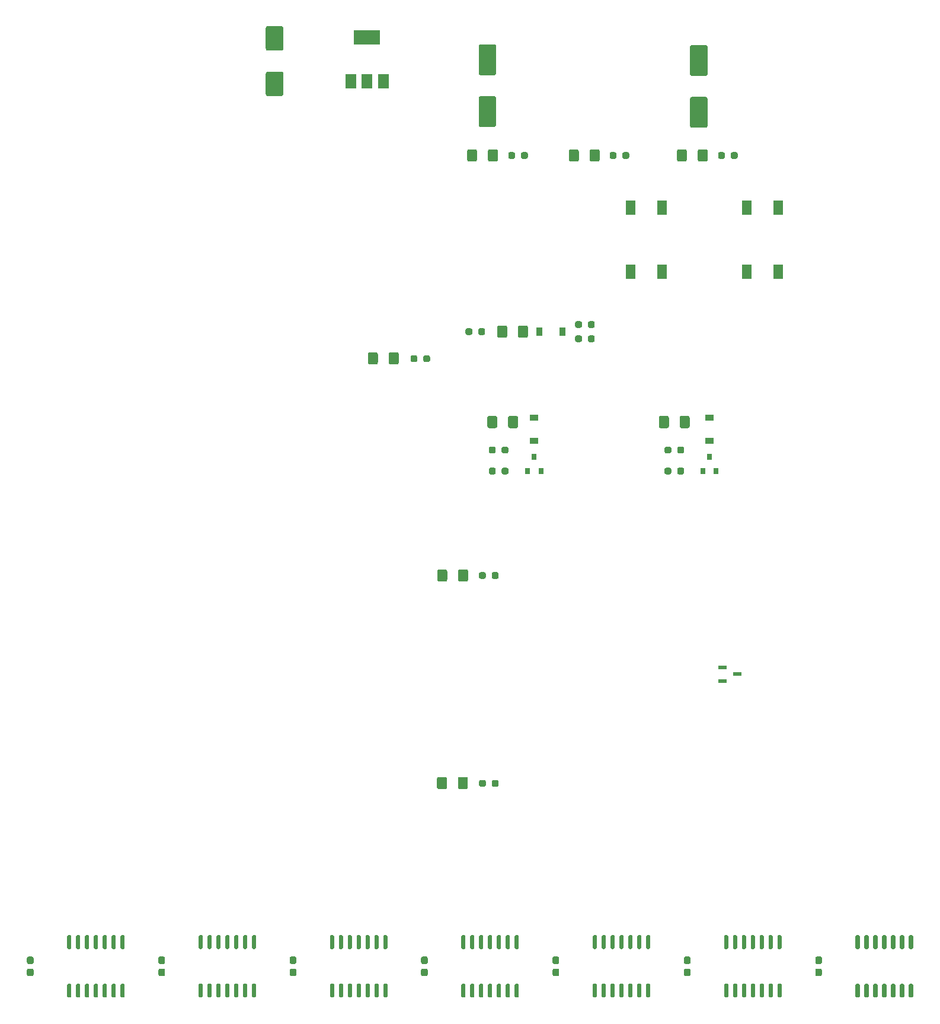
<source format=gtp>
%TF.GenerationSoftware,KiCad,Pcbnew,(5.1.9-0-10_14)*%
%TF.CreationDate,2021-08-20T09:49:49+02:00*%
%TF.ProjectId,MechanicalTheatre,4d656368-616e-4696-9361-6c5468656174,rev?*%
%TF.SameCoordinates,Original*%
%TF.FileFunction,Paste,Top*%
%TF.FilePolarity,Positive*%
%FSLAX46Y46*%
G04 Gerber Fmt 4.6, Leading zero omitted, Abs format (unit mm)*
G04 Created by KiCad (PCBNEW (5.1.9-0-10_14)) date 2021-08-20 09:49:49*
%MOMM*%
%LPD*%
G01*
G04 APERTURE LIST*
%ADD10R,1.400000X2.100000*%
%ADD11R,0.800000X0.900000*%
%ADD12R,1.200000X0.900000*%
%ADD13R,1.500000X2.000000*%
%ADD14R,3.800000X2.000000*%
%ADD15R,0.900000X1.200000*%
%ADD16R,1.300000X0.600000*%
G04 APERTURE END LIST*
%TO.C,U13*%
G36*
G01*
X136571000Y-177205000D02*
X136271000Y-177205000D01*
G75*
G02*
X136121000Y-177055000I0J150000D01*
G01*
X136121000Y-175380000D01*
G75*
G02*
X136271000Y-175230000I150000J0D01*
G01*
X136571000Y-175230000D01*
G75*
G02*
X136721000Y-175380000I0J-150000D01*
G01*
X136721000Y-177055000D01*
G75*
G02*
X136571000Y-177205000I-150000J0D01*
G01*
G37*
G36*
G01*
X137841000Y-177205000D02*
X137541000Y-177205000D01*
G75*
G02*
X137391000Y-177055000I0J150000D01*
G01*
X137391000Y-175380000D01*
G75*
G02*
X137541000Y-175230000I150000J0D01*
G01*
X137841000Y-175230000D01*
G75*
G02*
X137991000Y-175380000I0J-150000D01*
G01*
X137991000Y-177055000D01*
G75*
G02*
X137841000Y-177205000I-150000J0D01*
G01*
G37*
G36*
G01*
X139111000Y-177205000D02*
X138811000Y-177205000D01*
G75*
G02*
X138661000Y-177055000I0J150000D01*
G01*
X138661000Y-175380000D01*
G75*
G02*
X138811000Y-175230000I150000J0D01*
G01*
X139111000Y-175230000D01*
G75*
G02*
X139261000Y-175380000I0J-150000D01*
G01*
X139261000Y-177055000D01*
G75*
G02*
X139111000Y-177205000I-150000J0D01*
G01*
G37*
G36*
G01*
X140381000Y-177205000D02*
X140081000Y-177205000D01*
G75*
G02*
X139931000Y-177055000I0J150000D01*
G01*
X139931000Y-175380000D01*
G75*
G02*
X140081000Y-175230000I150000J0D01*
G01*
X140381000Y-175230000D01*
G75*
G02*
X140531000Y-175380000I0J-150000D01*
G01*
X140531000Y-177055000D01*
G75*
G02*
X140381000Y-177205000I-150000J0D01*
G01*
G37*
G36*
G01*
X141651000Y-177205000D02*
X141351000Y-177205000D01*
G75*
G02*
X141201000Y-177055000I0J150000D01*
G01*
X141201000Y-175380000D01*
G75*
G02*
X141351000Y-175230000I150000J0D01*
G01*
X141651000Y-175230000D01*
G75*
G02*
X141801000Y-175380000I0J-150000D01*
G01*
X141801000Y-177055000D01*
G75*
G02*
X141651000Y-177205000I-150000J0D01*
G01*
G37*
G36*
G01*
X142921000Y-177205000D02*
X142621000Y-177205000D01*
G75*
G02*
X142471000Y-177055000I0J150000D01*
G01*
X142471000Y-175380000D01*
G75*
G02*
X142621000Y-175230000I150000J0D01*
G01*
X142921000Y-175230000D01*
G75*
G02*
X143071000Y-175380000I0J-150000D01*
G01*
X143071000Y-177055000D01*
G75*
G02*
X142921000Y-177205000I-150000J0D01*
G01*
G37*
G36*
G01*
X144191000Y-177205000D02*
X143891000Y-177205000D01*
G75*
G02*
X143741000Y-177055000I0J150000D01*
G01*
X143741000Y-175380000D01*
G75*
G02*
X143891000Y-175230000I150000J0D01*
G01*
X144191000Y-175230000D01*
G75*
G02*
X144341000Y-175380000I0J-150000D01*
G01*
X144341000Y-177055000D01*
G75*
G02*
X144191000Y-177205000I-150000J0D01*
G01*
G37*
G36*
G01*
X144191000Y-184130000D02*
X143891000Y-184130000D01*
G75*
G02*
X143741000Y-183980000I0J150000D01*
G01*
X143741000Y-182305000D01*
G75*
G02*
X143891000Y-182155000I150000J0D01*
G01*
X144191000Y-182155000D01*
G75*
G02*
X144341000Y-182305000I0J-150000D01*
G01*
X144341000Y-183980000D01*
G75*
G02*
X144191000Y-184130000I-150000J0D01*
G01*
G37*
G36*
G01*
X142921000Y-184130000D02*
X142621000Y-184130000D01*
G75*
G02*
X142471000Y-183980000I0J150000D01*
G01*
X142471000Y-182305000D01*
G75*
G02*
X142621000Y-182155000I150000J0D01*
G01*
X142921000Y-182155000D01*
G75*
G02*
X143071000Y-182305000I0J-150000D01*
G01*
X143071000Y-183980000D01*
G75*
G02*
X142921000Y-184130000I-150000J0D01*
G01*
G37*
G36*
G01*
X141651000Y-184130000D02*
X141351000Y-184130000D01*
G75*
G02*
X141201000Y-183980000I0J150000D01*
G01*
X141201000Y-182305000D01*
G75*
G02*
X141351000Y-182155000I150000J0D01*
G01*
X141651000Y-182155000D01*
G75*
G02*
X141801000Y-182305000I0J-150000D01*
G01*
X141801000Y-183980000D01*
G75*
G02*
X141651000Y-184130000I-150000J0D01*
G01*
G37*
G36*
G01*
X140381000Y-184130000D02*
X140081000Y-184130000D01*
G75*
G02*
X139931000Y-183980000I0J150000D01*
G01*
X139931000Y-182305000D01*
G75*
G02*
X140081000Y-182155000I150000J0D01*
G01*
X140381000Y-182155000D01*
G75*
G02*
X140531000Y-182305000I0J-150000D01*
G01*
X140531000Y-183980000D01*
G75*
G02*
X140381000Y-184130000I-150000J0D01*
G01*
G37*
G36*
G01*
X139111000Y-184130000D02*
X138811000Y-184130000D01*
G75*
G02*
X138661000Y-183980000I0J150000D01*
G01*
X138661000Y-182305000D01*
G75*
G02*
X138811000Y-182155000I150000J0D01*
G01*
X139111000Y-182155000D01*
G75*
G02*
X139261000Y-182305000I0J-150000D01*
G01*
X139261000Y-183980000D01*
G75*
G02*
X139111000Y-184130000I-150000J0D01*
G01*
G37*
G36*
G01*
X137841000Y-184130000D02*
X137541000Y-184130000D01*
G75*
G02*
X137391000Y-183980000I0J150000D01*
G01*
X137391000Y-182305000D01*
G75*
G02*
X137541000Y-182155000I150000J0D01*
G01*
X137841000Y-182155000D01*
G75*
G02*
X137991000Y-182305000I0J-150000D01*
G01*
X137991000Y-183980000D01*
G75*
G02*
X137841000Y-184130000I-150000J0D01*
G01*
G37*
G36*
G01*
X136571000Y-184130000D02*
X136271000Y-184130000D01*
G75*
G02*
X136121000Y-183980000I0J150000D01*
G01*
X136121000Y-182305000D01*
G75*
G02*
X136271000Y-182155000I150000J0D01*
G01*
X136571000Y-182155000D01*
G75*
G02*
X136721000Y-182305000I0J-150000D01*
G01*
X136721000Y-183980000D01*
G75*
G02*
X136571000Y-184130000I-150000J0D01*
G01*
G37*
%TD*%
D10*
%TO.C,S2*%
X139350000Y-80550000D03*
X143850000Y-80550000D03*
X143850000Y-71450000D03*
X139350000Y-71450000D03*
%TD*%
%TO.C,S1*%
X122750000Y-80550000D03*
X127250000Y-80550000D03*
X127250000Y-71450000D03*
X122750000Y-71450000D03*
%TD*%
D11*
%TO.C,Q2*%
X134000000Y-107000000D03*
X134950000Y-109000000D03*
X133050000Y-109000000D03*
%TD*%
%TO.C,Q1*%
X109000000Y-107000000D03*
X109950000Y-109000000D03*
X108050000Y-109000000D03*
%TD*%
D12*
%TO.C,D13*%
X134000000Y-104650000D03*
X134000000Y-101350000D03*
%TD*%
%TO.C,D12*%
G36*
G01*
X129775000Y-102625000D02*
X129775000Y-101375000D01*
G75*
G02*
X130025000Y-101125000I250000J0D01*
G01*
X130950000Y-101125000D01*
G75*
G02*
X131200000Y-101375000I0J-250000D01*
G01*
X131200000Y-102625000D01*
G75*
G02*
X130950000Y-102875000I-250000J0D01*
G01*
X130025000Y-102875000D01*
G75*
G02*
X129775000Y-102625000I0J250000D01*
G01*
G37*
G36*
G01*
X126800000Y-102625000D02*
X126800000Y-101375000D01*
G75*
G02*
X127050000Y-101125000I250000J0D01*
G01*
X127975000Y-101125000D01*
G75*
G02*
X128225000Y-101375000I0J-250000D01*
G01*
X128225000Y-102625000D01*
G75*
G02*
X127975000Y-102875000I-250000J0D01*
G01*
X127050000Y-102875000D01*
G75*
G02*
X126800000Y-102625000I0J250000D01*
G01*
G37*
%TD*%
%TO.C,D3*%
X109000000Y-104650000D03*
X109000000Y-101350000D03*
%TD*%
%TO.C,D11*%
G36*
G01*
X106677000Y-89733000D02*
X106677000Y-88483000D01*
G75*
G02*
X106927000Y-88233000I250000J0D01*
G01*
X107852000Y-88233000D01*
G75*
G02*
X108102000Y-88483000I0J-250000D01*
G01*
X108102000Y-89733000D01*
G75*
G02*
X107852000Y-89983000I-250000J0D01*
G01*
X106927000Y-89983000D01*
G75*
G02*
X106677000Y-89733000I0J250000D01*
G01*
G37*
G36*
G01*
X103702000Y-89733000D02*
X103702000Y-88483000D01*
G75*
G02*
X103952000Y-88233000I250000J0D01*
G01*
X104877000Y-88233000D01*
G75*
G02*
X105127000Y-88483000I0J-250000D01*
G01*
X105127000Y-89733000D01*
G75*
G02*
X104877000Y-89983000I-250000J0D01*
G01*
X103952000Y-89983000D01*
G75*
G02*
X103702000Y-89733000I0J250000D01*
G01*
G37*
%TD*%
%TO.C,D10*%
G36*
G01*
X98110500Y-124533000D02*
X98110500Y-123283000D01*
G75*
G02*
X98360500Y-123033000I250000J0D01*
G01*
X99285500Y-123033000D01*
G75*
G02*
X99535500Y-123283000I0J-250000D01*
G01*
X99535500Y-124533000D01*
G75*
G02*
X99285500Y-124783000I-250000J0D01*
G01*
X98360500Y-124783000D01*
G75*
G02*
X98110500Y-124533000I0J250000D01*
G01*
G37*
G36*
G01*
X95135500Y-124533000D02*
X95135500Y-123283000D01*
G75*
G02*
X95385500Y-123033000I250000J0D01*
G01*
X96310500Y-123033000D01*
G75*
G02*
X96560500Y-123283000I0J-250000D01*
G01*
X96560500Y-124533000D01*
G75*
G02*
X96310500Y-124783000I-250000J0D01*
G01*
X95385500Y-124783000D01*
G75*
G02*
X95135500Y-124533000I0J250000D01*
G01*
G37*
%TD*%
%TO.C,D8*%
G36*
G01*
X100827000Y-63339000D02*
X100827000Y-64589000D01*
G75*
G02*
X100577000Y-64839000I-250000J0D01*
G01*
X99652000Y-64839000D01*
G75*
G02*
X99402000Y-64589000I0J250000D01*
G01*
X99402000Y-63339000D01*
G75*
G02*
X99652000Y-63089000I250000J0D01*
G01*
X100577000Y-63089000D01*
G75*
G02*
X100827000Y-63339000I0J-250000D01*
G01*
G37*
G36*
G01*
X103802000Y-63339000D02*
X103802000Y-64589000D01*
G75*
G02*
X103552000Y-64839000I-250000J0D01*
G01*
X102627000Y-64839000D01*
G75*
G02*
X102377000Y-64589000I0J250000D01*
G01*
X102377000Y-63339000D01*
G75*
G02*
X102627000Y-63089000I250000J0D01*
G01*
X103552000Y-63089000D01*
G75*
G02*
X103802000Y-63339000I0J-250000D01*
G01*
G37*
%TD*%
%TO.C,D6*%
G36*
G01*
X130799000Y-63339000D02*
X130799000Y-64589000D01*
G75*
G02*
X130549000Y-64839000I-250000J0D01*
G01*
X129624000Y-64839000D01*
G75*
G02*
X129374000Y-64589000I0J250000D01*
G01*
X129374000Y-63339000D01*
G75*
G02*
X129624000Y-63089000I250000J0D01*
G01*
X130549000Y-63089000D01*
G75*
G02*
X130799000Y-63339000I0J-250000D01*
G01*
G37*
G36*
G01*
X133774000Y-63339000D02*
X133774000Y-64589000D01*
G75*
G02*
X133524000Y-64839000I-250000J0D01*
G01*
X132599000Y-64839000D01*
G75*
G02*
X132349000Y-64589000I0J250000D01*
G01*
X132349000Y-63339000D01*
G75*
G02*
X132599000Y-63089000I250000J0D01*
G01*
X133524000Y-63089000D01*
G75*
G02*
X133774000Y-63339000I0J-250000D01*
G01*
G37*
%TD*%
%TO.C,D5*%
G36*
G01*
X115357000Y-63339000D02*
X115357000Y-64589000D01*
G75*
G02*
X115107000Y-64839000I-250000J0D01*
G01*
X114182000Y-64839000D01*
G75*
G02*
X113932000Y-64589000I0J250000D01*
G01*
X113932000Y-63339000D01*
G75*
G02*
X114182000Y-63089000I250000J0D01*
G01*
X115107000Y-63089000D01*
G75*
G02*
X115357000Y-63339000I0J-250000D01*
G01*
G37*
G36*
G01*
X118332000Y-63339000D02*
X118332000Y-64589000D01*
G75*
G02*
X118082000Y-64839000I-250000J0D01*
G01*
X117157000Y-64839000D01*
G75*
G02*
X116907000Y-64589000I0J250000D01*
G01*
X116907000Y-63339000D01*
G75*
G02*
X117157000Y-63089000I250000J0D01*
G01*
X118082000Y-63089000D01*
G75*
G02*
X118332000Y-63339000I0J-250000D01*
G01*
G37*
%TD*%
%TO.C,D4*%
G36*
G01*
X105263000Y-102625000D02*
X105263000Y-101375000D01*
G75*
G02*
X105513000Y-101125000I250000J0D01*
G01*
X106438000Y-101125000D01*
G75*
G02*
X106688000Y-101375000I0J-250000D01*
G01*
X106688000Y-102625000D01*
G75*
G02*
X106438000Y-102875000I-250000J0D01*
G01*
X105513000Y-102875000D01*
G75*
G02*
X105263000Y-102625000I0J250000D01*
G01*
G37*
G36*
G01*
X102288000Y-102625000D02*
X102288000Y-101375000D01*
G75*
G02*
X102538000Y-101125000I250000J0D01*
G01*
X103463000Y-101125000D01*
G75*
G02*
X103713000Y-101375000I0J-250000D01*
G01*
X103713000Y-102625000D01*
G75*
G02*
X103463000Y-102875000I-250000J0D01*
G01*
X102538000Y-102875000D01*
G75*
G02*
X102288000Y-102625000I0J250000D01*
G01*
G37*
%TD*%
%TO.C,D2*%
G36*
G01*
X86654500Y-92295000D02*
X86654500Y-93545000D01*
G75*
G02*
X86404500Y-93795000I-250000J0D01*
G01*
X85479500Y-93795000D01*
G75*
G02*
X85229500Y-93545000I0J250000D01*
G01*
X85229500Y-92295000D01*
G75*
G02*
X85479500Y-92045000I250000J0D01*
G01*
X86404500Y-92045000D01*
G75*
G02*
X86654500Y-92295000I0J-250000D01*
G01*
G37*
G36*
G01*
X89629500Y-92295000D02*
X89629500Y-93545000D01*
G75*
G02*
X89379500Y-93795000I-250000J0D01*
G01*
X88454500Y-93795000D01*
G75*
G02*
X88204500Y-93545000I0J250000D01*
G01*
X88204500Y-92295000D01*
G75*
G02*
X88454500Y-92045000I250000J0D01*
G01*
X89379500Y-92045000D01*
G75*
G02*
X89629500Y-92295000I0J-250000D01*
G01*
G37*
%TD*%
%TO.C,D1*%
G36*
G01*
X96535000Y-152903000D02*
X96535000Y-154153000D01*
G75*
G02*
X96285000Y-154403000I-250000J0D01*
G01*
X95360000Y-154403000D01*
G75*
G02*
X95110000Y-154153000I0J250000D01*
G01*
X95110000Y-152903000D01*
G75*
G02*
X95360000Y-152653000I250000J0D01*
G01*
X96285000Y-152653000D01*
G75*
G02*
X96535000Y-152903000I0J-250000D01*
G01*
G37*
G36*
G01*
X99510000Y-152903000D02*
X99510000Y-154153000D01*
G75*
G02*
X99260000Y-154403000I-250000J0D01*
G01*
X98335000Y-154403000D01*
G75*
G02*
X98085000Y-154153000I0J250000D01*
G01*
X98085000Y-152903000D01*
G75*
G02*
X98335000Y-152653000I250000J0D01*
G01*
X99260000Y-152653000D01*
G75*
G02*
X99510000Y-152903000I0J-250000D01*
G01*
G37*
%TD*%
%TO.C,R78*%
G36*
G01*
X100993000Y-89345500D02*
X100993000Y-88870500D01*
G75*
G02*
X101230500Y-88633000I237500J0D01*
G01*
X101730500Y-88633000D01*
G75*
G02*
X101968000Y-88870500I0J-237500D01*
G01*
X101968000Y-89345500D01*
G75*
G02*
X101730500Y-89583000I-237500J0D01*
G01*
X101230500Y-89583000D01*
G75*
G02*
X100993000Y-89345500I0J237500D01*
G01*
G37*
G36*
G01*
X99168000Y-89345500D02*
X99168000Y-88870500D01*
G75*
G02*
X99405500Y-88633000I237500J0D01*
G01*
X99905500Y-88633000D01*
G75*
G02*
X100143000Y-88870500I0J-237500D01*
G01*
X100143000Y-89345500D01*
G75*
G02*
X99905500Y-89583000I-237500J0D01*
G01*
X99405500Y-89583000D01*
G75*
G02*
X99168000Y-89345500I0J237500D01*
G01*
G37*
%TD*%
%TO.C,R77*%
G36*
G01*
X102075000Y-123670500D02*
X102075000Y-124145500D01*
G75*
G02*
X101837500Y-124383000I-237500J0D01*
G01*
X101337500Y-124383000D01*
G75*
G02*
X101100000Y-124145500I0J237500D01*
G01*
X101100000Y-123670500D01*
G75*
G02*
X101337500Y-123433000I237500J0D01*
G01*
X101837500Y-123433000D01*
G75*
G02*
X102075000Y-123670500I0J-237500D01*
G01*
G37*
G36*
G01*
X103900000Y-123670500D02*
X103900000Y-124145500D01*
G75*
G02*
X103662500Y-124383000I-237500J0D01*
G01*
X103162500Y-124383000D01*
G75*
G02*
X102925000Y-124145500I0J237500D01*
G01*
X102925000Y-123670500D01*
G75*
G02*
X103162500Y-123433000I237500J0D01*
G01*
X103662500Y-123433000D01*
G75*
G02*
X103900000Y-123670500I0J-237500D01*
G01*
G37*
%TD*%
%TO.C,C4*%
G36*
G01*
X133500000Y-52600000D02*
X131500000Y-52600000D01*
G75*
G02*
X131250000Y-52350000I0J250000D01*
G01*
X131250000Y-48450000D01*
G75*
G02*
X131500000Y-48200000I250000J0D01*
G01*
X133500000Y-48200000D01*
G75*
G02*
X133750000Y-48450000I0J-250000D01*
G01*
X133750000Y-52350000D01*
G75*
G02*
X133500000Y-52600000I-250000J0D01*
G01*
G37*
G36*
G01*
X133500000Y-60000000D02*
X131500000Y-60000000D01*
G75*
G02*
X131250000Y-59750000I0J250000D01*
G01*
X131250000Y-55850000D01*
G75*
G02*
X131500000Y-55600000I250000J0D01*
G01*
X133500000Y-55600000D01*
G75*
G02*
X133750000Y-55850000I0J-250000D01*
G01*
X133750000Y-59750000D01*
G75*
G02*
X133500000Y-60000000I-250000J0D01*
G01*
G37*
%TD*%
%TO.C,C1*%
G36*
G01*
X103300000Y-52500000D02*
X101300000Y-52500000D01*
G75*
G02*
X101050000Y-52250000I0J250000D01*
G01*
X101050000Y-48350000D01*
G75*
G02*
X101300000Y-48100000I250000J0D01*
G01*
X103300000Y-48100000D01*
G75*
G02*
X103550000Y-48350000I0J-250000D01*
G01*
X103550000Y-52250000D01*
G75*
G02*
X103300000Y-52500000I-250000J0D01*
G01*
G37*
G36*
G01*
X103300000Y-59900000D02*
X101300000Y-59900000D01*
G75*
G02*
X101050000Y-59650000I0J250000D01*
G01*
X101050000Y-55750000D01*
G75*
G02*
X101300000Y-55500000I250000J0D01*
G01*
X103300000Y-55500000D01*
G75*
G02*
X103550000Y-55750000I0J-250000D01*
G01*
X103550000Y-59650000D01*
G75*
G02*
X103300000Y-59900000I-250000J0D01*
G01*
G37*
%TD*%
D13*
%TO.C,U16*%
X82818000Y-53398000D03*
X87418000Y-53398000D03*
X85118000Y-53398000D03*
D14*
X85118000Y-47098000D03*
%TD*%
%TO.C,R76*%
G36*
G01*
X116665000Y-90361500D02*
X116665000Y-89886500D01*
G75*
G02*
X116902500Y-89649000I237500J0D01*
G01*
X117402500Y-89649000D01*
G75*
G02*
X117640000Y-89886500I0J-237500D01*
G01*
X117640000Y-90361500D01*
G75*
G02*
X117402500Y-90599000I-237500J0D01*
G01*
X116902500Y-90599000D01*
G75*
G02*
X116665000Y-90361500I0J237500D01*
G01*
G37*
G36*
G01*
X114840000Y-90361500D02*
X114840000Y-89886500D01*
G75*
G02*
X115077500Y-89649000I237500J0D01*
G01*
X115577500Y-89649000D01*
G75*
G02*
X115815000Y-89886500I0J-237500D01*
G01*
X115815000Y-90361500D01*
G75*
G02*
X115577500Y-90599000I-237500J0D01*
G01*
X115077500Y-90599000D01*
G75*
G02*
X114840000Y-90361500I0J237500D01*
G01*
G37*
%TD*%
%TO.C,R75*%
G36*
G01*
X115815000Y-87854500D02*
X115815000Y-88329500D01*
G75*
G02*
X115577500Y-88567000I-237500J0D01*
G01*
X115077500Y-88567000D01*
G75*
G02*
X114840000Y-88329500I0J237500D01*
G01*
X114840000Y-87854500D01*
G75*
G02*
X115077500Y-87617000I237500J0D01*
G01*
X115577500Y-87617000D01*
G75*
G02*
X115815000Y-87854500I0J-237500D01*
G01*
G37*
G36*
G01*
X117640000Y-87854500D02*
X117640000Y-88329500D01*
G75*
G02*
X117402500Y-88567000I-237500J0D01*
G01*
X116902500Y-88567000D01*
G75*
G02*
X116665000Y-88329500I0J237500D01*
G01*
X116665000Y-87854500D01*
G75*
G02*
X116902500Y-87617000I237500J0D01*
G01*
X117402500Y-87617000D01*
G75*
G02*
X117640000Y-87854500I0J-237500D01*
G01*
G37*
%TD*%
%TO.C,R70*%
G36*
G01*
X107105000Y-64201500D02*
X107105000Y-63726500D01*
G75*
G02*
X107342500Y-63489000I237500J0D01*
G01*
X107842500Y-63489000D01*
G75*
G02*
X108080000Y-63726500I0J-237500D01*
G01*
X108080000Y-64201500D01*
G75*
G02*
X107842500Y-64439000I-237500J0D01*
G01*
X107342500Y-64439000D01*
G75*
G02*
X107105000Y-64201500I0J237500D01*
G01*
G37*
G36*
G01*
X105280000Y-64201500D02*
X105280000Y-63726500D01*
G75*
G02*
X105517500Y-63489000I237500J0D01*
G01*
X106017500Y-63489000D01*
G75*
G02*
X106255000Y-63726500I0J-237500D01*
G01*
X106255000Y-64201500D01*
G75*
G02*
X106017500Y-64439000I-237500J0D01*
G01*
X105517500Y-64439000D01*
G75*
G02*
X105280000Y-64201500I0J237500D01*
G01*
G37*
%TD*%
%TO.C,R69*%
G36*
G01*
X136227000Y-63726500D02*
X136227000Y-64201500D01*
G75*
G02*
X135989500Y-64439000I-237500J0D01*
G01*
X135489500Y-64439000D01*
G75*
G02*
X135252000Y-64201500I0J237500D01*
G01*
X135252000Y-63726500D01*
G75*
G02*
X135489500Y-63489000I237500J0D01*
G01*
X135989500Y-63489000D01*
G75*
G02*
X136227000Y-63726500I0J-237500D01*
G01*
G37*
G36*
G01*
X138052000Y-63726500D02*
X138052000Y-64201500D01*
G75*
G02*
X137814500Y-64439000I-237500J0D01*
G01*
X137314500Y-64439000D01*
G75*
G02*
X137077000Y-64201500I0J237500D01*
G01*
X137077000Y-63726500D01*
G75*
G02*
X137314500Y-63489000I237500J0D01*
G01*
X137814500Y-63489000D01*
G75*
G02*
X138052000Y-63726500I0J-237500D01*
G01*
G37*
%TD*%
%TO.C,R68*%
G36*
G01*
X121583000Y-64201500D02*
X121583000Y-63726500D01*
G75*
G02*
X121820500Y-63489000I237500J0D01*
G01*
X122320500Y-63489000D01*
G75*
G02*
X122558000Y-63726500I0J-237500D01*
G01*
X122558000Y-64201500D01*
G75*
G02*
X122320500Y-64439000I-237500J0D01*
G01*
X121820500Y-64439000D01*
G75*
G02*
X121583000Y-64201500I0J237500D01*
G01*
G37*
G36*
G01*
X119758000Y-64201500D02*
X119758000Y-63726500D01*
G75*
G02*
X119995500Y-63489000I237500J0D01*
G01*
X120495500Y-63489000D01*
G75*
G02*
X120733000Y-63726500I0J-237500D01*
G01*
X120733000Y-64201500D01*
G75*
G02*
X120495500Y-64439000I-237500J0D01*
G01*
X119995500Y-64439000D01*
G75*
G02*
X119758000Y-64201500I0J237500D01*
G01*
G37*
%TD*%
D15*
%TO.C,D9*%
X113042000Y-89108000D03*
X109742000Y-89108000D03*
%TD*%
D16*
%TO.C,D7*%
X135900000Y-137050000D03*
X135900000Y-138950000D03*
X138000000Y-138000000D03*
%TD*%
%TO.C,C31*%
G36*
G01*
X131083500Y-179355000D02*
X130608500Y-179355000D01*
G75*
G02*
X130371000Y-179117500I0J237500D01*
G01*
X130371000Y-178517500D01*
G75*
G02*
X130608500Y-178280000I237500J0D01*
G01*
X131083500Y-178280000D01*
G75*
G02*
X131321000Y-178517500I0J-237500D01*
G01*
X131321000Y-179117500D01*
G75*
G02*
X131083500Y-179355000I-237500J0D01*
G01*
G37*
G36*
G01*
X131083500Y-181080000D02*
X130608500Y-181080000D01*
G75*
G02*
X130371000Y-180842500I0J237500D01*
G01*
X130371000Y-180242500D01*
G75*
G02*
X130608500Y-180005000I237500J0D01*
G01*
X131083500Y-180005000D01*
G75*
G02*
X131321000Y-180242500I0J-237500D01*
G01*
X131321000Y-180842500D01*
G75*
G02*
X131083500Y-181080000I-237500J0D01*
G01*
G37*
%TD*%
%TO.C,C30*%
G36*
G01*
X149852500Y-179355000D02*
X149377500Y-179355000D01*
G75*
G02*
X149140000Y-179117500I0J237500D01*
G01*
X149140000Y-178517500D01*
G75*
G02*
X149377500Y-178280000I237500J0D01*
G01*
X149852500Y-178280000D01*
G75*
G02*
X150090000Y-178517500I0J-237500D01*
G01*
X150090000Y-179117500D01*
G75*
G02*
X149852500Y-179355000I-237500J0D01*
G01*
G37*
G36*
G01*
X149852500Y-181080000D02*
X149377500Y-181080000D01*
G75*
G02*
X149140000Y-180842500I0J237500D01*
G01*
X149140000Y-180242500D01*
G75*
G02*
X149377500Y-180005000I237500J0D01*
G01*
X149852500Y-180005000D01*
G75*
G02*
X150090000Y-180242500I0J-237500D01*
G01*
X150090000Y-180842500D01*
G75*
G02*
X149852500Y-181080000I-237500J0D01*
G01*
G37*
%TD*%
%TO.C,C29*%
G36*
G01*
X112314500Y-179355000D02*
X111839500Y-179355000D01*
G75*
G02*
X111602000Y-179117500I0J237500D01*
G01*
X111602000Y-178517500D01*
G75*
G02*
X111839500Y-178280000I237500J0D01*
G01*
X112314500Y-178280000D01*
G75*
G02*
X112552000Y-178517500I0J-237500D01*
G01*
X112552000Y-179117500D01*
G75*
G02*
X112314500Y-179355000I-237500J0D01*
G01*
G37*
G36*
G01*
X112314500Y-181080000D02*
X111839500Y-181080000D01*
G75*
G02*
X111602000Y-180842500I0J237500D01*
G01*
X111602000Y-180242500D01*
G75*
G02*
X111839500Y-180005000I237500J0D01*
G01*
X112314500Y-180005000D01*
G75*
G02*
X112552000Y-180242500I0J-237500D01*
G01*
X112552000Y-180842500D01*
G75*
G02*
X112314500Y-181080000I-237500J0D01*
G01*
G37*
%TD*%
%TO.C,C28*%
G36*
G01*
X93545200Y-179355000D02*
X93070200Y-179355000D01*
G75*
G02*
X92832700Y-179117500I0J237500D01*
G01*
X92832700Y-178517500D01*
G75*
G02*
X93070200Y-178280000I237500J0D01*
G01*
X93545200Y-178280000D01*
G75*
G02*
X93782700Y-178517500I0J-237500D01*
G01*
X93782700Y-179117500D01*
G75*
G02*
X93545200Y-179355000I-237500J0D01*
G01*
G37*
G36*
G01*
X93545200Y-181080000D02*
X93070200Y-181080000D01*
G75*
G02*
X92832700Y-180842500I0J237500D01*
G01*
X92832700Y-180242500D01*
G75*
G02*
X93070200Y-180005000I237500J0D01*
G01*
X93545200Y-180005000D01*
G75*
G02*
X93782700Y-180242500I0J-237500D01*
G01*
X93782700Y-180842500D01*
G75*
G02*
X93545200Y-181080000I-237500J0D01*
G01*
G37*
%TD*%
%TO.C,C27*%
G36*
G01*
X56006700Y-179355000D02*
X55531700Y-179355000D01*
G75*
G02*
X55294200Y-179117500I0J237500D01*
G01*
X55294200Y-178517500D01*
G75*
G02*
X55531700Y-178280000I237500J0D01*
G01*
X56006700Y-178280000D01*
G75*
G02*
X56244200Y-178517500I0J-237500D01*
G01*
X56244200Y-179117500D01*
G75*
G02*
X56006700Y-179355000I-237500J0D01*
G01*
G37*
G36*
G01*
X56006700Y-181080000D02*
X55531700Y-181080000D01*
G75*
G02*
X55294200Y-180842500I0J237500D01*
G01*
X55294200Y-180242500D01*
G75*
G02*
X55531700Y-180005000I237500J0D01*
G01*
X56006700Y-180005000D01*
G75*
G02*
X56244200Y-180242500I0J-237500D01*
G01*
X56244200Y-180842500D01*
G75*
G02*
X56006700Y-181080000I-237500J0D01*
G01*
G37*
%TD*%
%TO.C,C26*%
G36*
G01*
X74776000Y-179355000D02*
X74301000Y-179355000D01*
G75*
G02*
X74063500Y-179117500I0J237500D01*
G01*
X74063500Y-178517500D01*
G75*
G02*
X74301000Y-178280000I237500J0D01*
G01*
X74776000Y-178280000D01*
G75*
G02*
X75013500Y-178517500I0J-237500D01*
G01*
X75013500Y-179117500D01*
G75*
G02*
X74776000Y-179355000I-237500J0D01*
G01*
G37*
G36*
G01*
X74776000Y-181080000D02*
X74301000Y-181080000D01*
G75*
G02*
X74063500Y-180842500I0J237500D01*
G01*
X74063500Y-180242500D01*
G75*
G02*
X74301000Y-180005000I237500J0D01*
G01*
X74776000Y-180005000D01*
G75*
G02*
X75013500Y-180242500I0J-237500D01*
G01*
X75013500Y-180842500D01*
G75*
G02*
X74776000Y-181080000I-237500J0D01*
G01*
G37*
%TD*%
%TO.C,C25*%
G36*
G01*
X37237500Y-179355000D02*
X36762500Y-179355000D01*
G75*
G02*
X36525000Y-179117500I0J237500D01*
G01*
X36525000Y-178517500D01*
G75*
G02*
X36762500Y-178280000I237500J0D01*
G01*
X37237500Y-178280000D01*
G75*
G02*
X37475000Y-178517500I0J-237500D01*
G01*
X37475000Y-179117500D01*
G75*
G02*
X37237500Y-179355000I-237500J0D01*
G01*
G37*
G36*
G01*
X37237500Y-181080000D02*
X36762500Y-181080000D01*
G75*
G02*
X36525000Y-180842500I0J237500D01*
G01*
X36525000Y-180242500D01*
G75*
G02*
X36762500Y-180005000I237500J0D01*
G01*
X37237500Y-180005000D01*
G75*
G02*
X37475000Y-180242500I0J-237500D01*
G01*
X37475000Y-180842500D01*
G75*
G02*
X37237500Y-181080000I-237500J0D01*
G01*
G37*
%TD*%
%TO.C,C19*%
G36*
G01*
X72900000Y-49000000D02*
X70900000Y-49000000D01*
G75*
G02*
X70650000Y-48750000I0J250000D01*
G01*
X70650000Y-45750000D01*
G75*
G02*
X70900000Y-45500000I250000J0D01*
G01*
X72900000Y-45500000D01*
G75*
G02*
X73150000Y-45750000I0J-250000D01*
G01*
X73150000Y-48750000D01*
G75*
G02*
X72900000Y-49000000I-250000J0D01*
G01*
G37*
G36*
G01*
X72900000Y-55500000D02*
X70900000Y-55500000D01*
G75*
G02*
X70650000Y-55250000I0J250000D01*
G01*
X70650000Y-52250000D01*
G75*
G02*
X70900000Y-52000000I250000J0D01*
G01*
X72900000Y-52000000D01*
G75*
G02*
X73150000Y-52250000I0J-250000D01*
G01*
X73150000Y-55250000D01*
G75*
G02*
X72900000Y-55500000I-250000J0D01*
G01*
G37*
%TD*%
%TO.C,U12*%
G36*
G01*
X155340000Y-177205000D02*
X155040000Y-177205000D01*
G75*
G02*
X154890000Y-177055000I0J150000D01*
G01*
X154890000Y-175380000D01*
G75*
G02*
X155040000Y-175230000I150000J0D01*
G01*
X155340000Y-175230000D01*
G75*
G02*
X155490000Y-175380000I0J-150000D01*
G01*
X155490000Y-177055000D01*
G75*
G02*
X155340000Y-177205000I-150000J0D01*
G01*
G37*
G36*
G01*
X156610000Y-177205000D02*
X156310000Y-177205000D01*
G75*
G02*
X156160000Y-177055000I0J150000D01*
G01*
X156160000Y-175380000D01*
G75*
G02*
X156310000Y-175230000I150000J0D01*
G01*
X156610000Y-175230000D01*
G75*
G02*
X156760000Y-175380000I0J-150000D01*
G01*
X156760000Y-177055000D01*
G75*
G02*
X156610000Y-177205000I-150000J0D01*
G01*
G37*
G36*
G01*
X157880000Y-177205000D02*
X157580000Y-177205000D01*
G75*
G02*
X157430000Y-177055000I0J150000D01*
G01*
X157430000Y-175380000D01*
G75*
G02*
X157580000Y-175230000I150000J0D01*
G01*
X157880000Y-175230000D01*
G75*
G02*
X158030000Y-175380000I0J-150000D01*
G01*
X158030000Y-177055000D01*
G75*
G02*
X157880000Y-177205000I-150000J0D01*
G01*
G37*
G36*
G01*
X159150000Y-177205000D02*
X158850000Y-177205000D01*
G75*
G02*
X158700000Y-177055000I0J150000D01*
G01*
X158700000Y-175380000D01*
G75*
G02*
X158850000Y-175230000I150000J0D01*
G01*
X159150000Y-175230000D01*
G75*
G02*
X159300000Y-175380000I0J-150000D01*
G01*
X159300000Y-177055000D01*
G75*
G02*
X159150000Y-177205000I-150000J0D01*
G01*
G37*
G36*
G01*
X160420000Y-177205000D02*
X160120000Y-177205000D01*
G75*
G02*
X159970000Y-177055000I0J150000D01*
G01*
X159970000Y-175380000D01*
G75*
G02*
X160120000Y-175230000I150000J0D01*
G01*
X160420000Y-175230000D01*
G75*
G02*
X160570000Y-175380000I0J-150000D01*
G01*
X160570000Y-177055000D01*
G75*
G02*
X160420000Y-177205000I-150000J0D01*
G01*
G37*
G36*
G01*
X161690000Y-177205000D02*
X161390000Y-177205000D01*
G75*
G02*
X161240000Y-177055000I0J150000D01*
G01*
X161240000Y-175380000D01*
G75*
G02*
X161390000Y-175230000I150000J0D01*
G01*
X161690000Y-175230000D01*
G75*
G02*
X161840000Y-175380000I0J-150000D01*
G01*
X161840000Y-177055000D01*
G75*
G02*
X161690000Y-177205000I-150000J0D01*
G01*
G37*
G36*
G01*
X162960000Y-177205000D02*
X162660000Y-177205000D01*
G75*
G02*
X162510000Y-177055000I0J150000D01*
G01*
X162510000Y-175380000D01*
G75*
G02*
X162660000Y-175230000I150000J0D01*
G01*
X162960000Y-175230000D01*
G75*
G02*
X163110000Y-175380000I0J-150000D01*
G01*
X163110000Y-177055000D01*
G75*
G02*
X162960000Y-177205000I-150000J0D01*
G01*
G37*
G36*
G01*
X162960000Y-184130000D02*
X162660000Y-184130000D01*
G75*
G02*
X162510000Y-183980000I0J150000D01*
G01*
X162510000Y-182305000D01*
G75*
G02*
X162660000Y-182155000I150000J0D01*
G01*
X162960000Y-182155000D01*
G75*
G02*
X163110000Y-182305000I0J-150000D01*
G01*
X163110000Y-183980000D01*
G75*
G02*
X162960000Y-184130000I-150000J0D01*
G01*
G37*
G36*
G01*
X161690000Y-184130000D02*
X161390000Y-184130000D01*
G75*
G02*
X161240000Y-183980000I0J150000D01*
G01*
X161240000Y-182305000D01*
G75*
G02*
X161390000Y-182155000I150000J0D01*
G01*
X161690000Y-182155000D01*
G75*
G02*
X161840000Y-182305000I0J-150000D01*
G01*
X161840000Y-183980000D01*
G75*
G02*
X161690000Y-184130000I-150000J0D01*
G01*
G37*
G36*
G01*
X160420000Y-184130000D02*
X160120000Y-184130000D01*
G75*
G02*
X159970000Y-183980000I0J150000D01*
G01*
X159970000Y-182305000D01*
G75*
G02*
X160120000Y-182155000I150000J0D01*
G01*
X160420000Y-182155000D01*
G75*
G02*
X160570000Y-182305000I0J-150000D01*
G01*
X160570000Y-183980000D01*
G75*
G02*
X160420000Y-184130000I-150000J0D01*
G01*
G37*
G36*
G01*
X159150000Y-184130000D02*
X158850000Y-184130000D01*
G75*
G02*
X158700000Y-183980000I0J150000D01*
G01*
X158700000Y-182305000D01*
G75*
G02*
X158850000Y-182155000I150000J0D01*
G01*
X159150000Y-182155000D01*
G75*
G02*
X159300000Y-182305000I0J-150000D01*
G01*
X159300000Y-183980000D01*
G75*
G02*
X159150000Y-184130000I-150000J0D01*
G01*
G37*
G36*
G01*
X157880000Y-184130000D02*
X157580000Y-184130000D01*
G75*
G02*
X157430000Y-183980000I0J150000D01*
G01*
X157430000Y-182305000D01*
G75*
G02*
X157580000Y-182155000I150000J0D01*
G01*
X157880000Y-182155000D01*
G75*
G02*
X158030000Y-182305000I0J-150000D01*
G01*
X158030000Y-183980000D01*
G75*
G02*
X157880000Y-184130000I-150000J0D01*
G01*
G37*
G36*
G01*
X156610000Y-184130000D02*
X156310000Y-184130000D01*
G75*
G02*
X156160000Y-183980000I0J150000D01*
G01*
X156160000Y-182305000D01*
G75*
G02*
X156310000Y-182155000I150000J0D01*
G01*
X156610000Y-182155000D01*
G75*
G02*
X156760000Y-182305000I0J-150000D01*
G01*
X156760000Y-183980000D01*
G75*
G02*
X156610000Y-184130000I-150000J0D01*
G01*
G37*
G36*
G01*
X155340000Y-184130000D02*
X155040000Y-184130000D01*
G75*
G02*
X154890000Y-183980000I0J150000D01*
G01*
X154890000Y-182305000D01*
G75*
G02*
X155040000Y-182155000I150000J0D01*
G01*
X155340000Y-182155000D01*
G75*
G02*
X155490000Y-182305000I0J-150000D01*
G01*
X155490000Y-183980000D01*
G75*
G02*
X155340000Y-184130000I-150000J0D01*
G01*
G37*
%TD*%
%TO.C,U11*%
G36*
G01*
X117802000Y-177205000D02*
X117502000Y-177205000D01*
G75*
G02*
X117352000Y-177055000I0J150000D01*
G01*
X117352000Y-175380000D01*
G75*
G02*
X117502000Y-175230000I150000J0D01*
G01*
X117802000Y-175230000D01*
G75*
G02*
X117952000Y-175380000I0J-150000D01*
G01*
X117952000Y-177055000D01*
G75*
G02*
X117802000Y-177205000I-150000J0D01*
G01*
G37*
G36*
G01*
X119072000Y-177205000D02*
X118772000Y-177205000D01*
G75*
G02*
X118622000Y-177055000I0J150000D01*
G01*
X118622000Y-175380000D01*
G75*
G02*
X118772000Y-175230000I150000J0D01*
G01*
X119072000Y-175230000D01*
G75*
G02*
X119222000Y-175380000I0J-150000D01*
G01*
X119222000Y-177055000D01*
G75*
G02*
X119072000Y-177205000I-150000J0D01*
G01*
G37*
G36*
G01*
X120342000Y-177205000D02*
X120042000Y-177205000D01*
G75*
G02*
X119892000Y-177055000I0J150000D01*
G01*
X119892000Y-175380000D01*
G75*
G02*
X120042000Y-175230000I150000J0D01*
G01*
X120342000Y-175230000D01*
G75*
G02*
X120492000Y-175380000I0J-150000D01*
G01*
X120492000Y-177055000D01*
G75*
G02*
X120342000Y-177205000I-150000J0D01*
G01*
G37*
G36*
G01*
X121612000Y-177205000D02*
X121312000Y-177205000D01*
G75*
G02*
X121162000Y-177055000I0J150000D01*
G01*
X121162000Y-175380000D01*
G75*
G02*
X121312000Y-175230000I150000J0D01*
G01*
X121612000Y-175230000D01*
G75*
G02*
X121762000Y-175380000I0J-150000D01*
G01*
X121762000Y-177055000D01*
G75*
G02*
X121612000Y-177205000I-150000J0D01*
G01*
G37*
G36*
G01*
X122882000Y-177205000D02*
X122582000Y-177205000D01*
G75*
G02*
X122432000Y-177055000I0J150000D01*
G01*
X122432000Y-175380000D01*
G75*
G02*
X122582000Y-175230000I150000J0D01*
G01*
X122882000Y-175230000D01*
G75*
G02*
X123032000Y-175380000I0J-150000D01*
G01*
X123032000Y-177055000D01*
G75*
G02*
X122882000Y-177205000I-150000J0D01*
G01*
G37*
G36*
G01*
X124152000Y-177205000D02*
X123852000Y-177205000D01*
G75*
G02*
X123702000Y-177055000I0J150000D01*
G01*
X123702000Y-175380000D01*
G75*
G02*
X123852000Y-175230000I150000J0D01*
G01*
X124152000Y-175230000D01*
G75*
G02*
X124302000Y-175380000I0J-150000D01*
G01*
X124302000Y-177055000D01*
G75*
G02*
X124152000Y-177205000I-150000J0D01*
G01*
G37*
G36*
G01*
X125422000Y-177205000D02*
X125122000Y-177205000D01*
G75*
G02*
X124972000Y-177055000I0J150000D01*
G01*
X124972000Y-175380000D01*
G75*
G02*
X125122000Y-175230000I150000J0D01*
G01*
X125422000Y-175230000D01*
G75*
G02*
X125572000Y-175380000I0J-150000D01*
G01*
X125572000Y-177055000D01*
G75*
G02*
X125422000Y-177205000I-150000J0D01*
G01*
G37*
G36*
G01*
X125422000Y-184130000D02*
X125122000Y-184130000D01*
G75*
G02*
X124972000Y-183980000I0J150000D01*
G01*
X124972000Y-182305000D01*
G75*
G02*
X125122000Y-182155000I150000J0D01*
G01*
X125422000Y-182155000D01*
G75*
G02*
X125572000Y-182305000I0J-150000D01*
G01*
X125572000Y-183980000D01*
G75*
G02*
X125422000Y-184130000I-150000J0D01*
G01*
G37*
G36*
G01*
X124152000Y-184130000D02*
X123852000Y-184130000D01*
G75*
G02*
X123702000Y-183980000I0J150000D01*
G01*
X123702000Y-182305000D01*
G75*
G02*
X123852000Y-182155000I150000J0D01*
G01*
X124152000Y-182155000D01*
G75*
G02*
X124302000Y-182305000I0J-150000D01*
G01*
X124302000Y-183980000D01*
G75*
G02*
X124152000Y-184130000I-150000J0D01*
G01*
G37*
G36*
G01*
X122882000Y-184130000D02*
X122582000Y-184130000D01*
G75*
G02*
X122432000Y-183980000I0J150000D01*
G01*
X122432000Y-182305000D01*
G75*
G02*
X122582000Y-182155000I150000J0D01*
G01*
X122882000Y-182155000D01*
G75*
G02*
X123032000Y-182305000I0J-150000D01*
G01*
X123032000Y-183980000D01*
G75*
G02*
X122882000Y-184130000I-150000J0D01*
G01*
G37*
G36*
G01*
X121612000Y-184130000D02*
X121312000Y-184130000D01*
G75*
G02*
X121162000Y-183980000I0J150000D01*
G01*
X121162000Y-182305000D01*
G75*
G02*
X121312000Y-182155000I150000J0D01*
G01*
X121612000Y-182155000D01*
G75*
G02*
X121762000Y-182305000I0J-150000D01*
G01*
X121762000Y-183980000D01*
G75*
G02*
X121612000Y-184130000I-150000J0D01*
G01*
G37*
G36*
G01*
X120342000Y-184130000D02*
X120042000Y-184130000D01*
G75*
G02*
X119892000Y-183980000I0J150000D01*
G01*
X119892000Y-182305000D01*
G75*
G02*
X120042000Y-182155000I150000J0D01*
G01*
X120342000Y-182155000D01*
G75*
G02*
X120492000Y-182305000I0J-150000D01*
G01*
X120492000Y-183980000D01*
G75*
G02*
X120342000Y-184130000I-150000J0D01*
G01*
G37*
G36*
G01*
X119072000Y-184130000D02*
X118772000Y-184130000D01*
G75*
G02*
X118622000Y-183980000I0J150000D01*
G01*
X118622000Y-182305000D01*
G75*
G02*
X118772000Y-182155000I150000J0D01*
G01*
X119072000Y-182155000D01*
G75*
G02*
X119222000Y-182305000I0J-150000D01*
G01*
X119222000Y-183980000D01*
G75*
G02*
X119072000Y-184130000I-150000J0D01*
G01*
G37*
G36*
G01*
X117802000Y-184130000D02*
X117502000Y-184130000D01*
G75*
G02*
X117352000Y-183980000I0J150000D01*
G01*
X117352000Y-182305000D01*
G75*
G02*
X117502000Y-182155000I150000J0D01*
G01*
X117802000Y-182155000D01*
G75*
G02*
X117952000Y-182305000I0J-150000D01*
G01*
X117952000Y-183980000D01*
G75*
G02*
X117802000Y-184130000I-150000J0D01*
G01*
G37*
%TD*%
%TO.C,U9*%
G36*
G01*
X99032000Y-177205000D02*
X98732000Y-177205000D01*
G75*
G02*
X98582000Y-177055000I0J150000D01*
G01*
X98582000Y-175380000D01*
G75*
G02*
X98732000Y-175230000I150000J0D01*
G01*
X99032000Y-175230000D01*
G75*
G02*
X99182000Y-175380000I0J-150000D01*
G01*
X99182000Y-177055000D01*
G75*
G02*
X99032000Y-177205000I-150000J0D01*
G01*
G37*
G36*
G01*
X100302000Y-177205000D02*
X100002000Y-177205000D01*
G75*
G02*
X99852000Y-177055000I0J150000D01*
G01*
X99852000Y-175380000D01*
G75*
G02*
X100002000Y-175230000I150000J0D01*
G01*
X100302000Y-175230000D01*
G75*
G02*
X100452000Y-175380000I0J-150000D01*
G01*
X100452000Y-177055000D01*
G75*
G02*
X100302000Y-177205000I-150000J0D01*
G01*
G37*
G36*
G01*
X101572000Y-177205000D02*
X101272000Y-177205000D01*
G75*
G02*
X101122000Y-177055000I0J150000D01*
G01*
X101122000Y-175380000D01*
G75*
G02*
X101272000Y-175230000I150000J0D01*
G01*
X101572000Y-175230000D01*
G75*
G02*
X101722000Y-175380000I0J-150000D01*
G01*
X101722000Y-177055000D01*
G75*
G02*
X101572000Y-177205000I-150000J0D01*
G01*
G37*
G36*
G01*
X102842000Y-177205000D02*
X102542000Y-177205000D01*
G75*
G02*
X102392000Y-177055000I0J150000D01*
G01*
X102392000Y-175380000D01*
G75*
G02*
X102542000Y-175230000I150000J0D01*
G01*
X102842000Y-175230000D01*
G75*
G02*
X102992000Y-175380000I0J-150000D01*
G01*
X102992000Y-177055000D01*
G75*
G02*
X102842000Y-177205000I-150000J0D01*
G01*
G37*
G36*
G01*
X104112000Y-177205000D02*
X103812000Y-177205000D01*
G75*
G02*
X103662000Y-177055000I0J150000D01*
G01*
X103662000Y-175380000D01*
G75*
G02*
X103812000Y-175230000I150000J0D01*
G01*
X104112000Y-175230000D01*
G75*
G02*
X104262000Y-175380000I0J-150000D01*
G01*
X104262000Y-177055000D01*
G75*
G02*
X104112000Y-177205000I-150000J0D01*
G01*
G37*
G36*
G01*
X105382000Y-177205000D02*
X105082000Y-177205000D01*
G75*
G02*
X104932000Y-177055000I0J150000D01*
G01*
X104932000Y-175380000D01*
G75*
G02*
X105082000Y-175230000I150000J0D01*
G01*
X105382000Y-175230000D01*
G75*
G02*
X105532000Y-175380000I0J-150000D01*
G01*
X105532000Y-177055000D01*
G75*
G02*
X105382000Y-177205000I-150000J0D01*
G01*
G37*
G36*
G01*
X106652000Y-177205000D02*
X106352000Y-177205000D01*
G75*
G02*
X106202000Y-177055000I0J150000D01*
G01*
X106202000Y-175380000D01*
G75*
G02*
X106352000Y-175230000I150000J0D01*
G01*
X106652000Y-175230000D01*
G75*
G02*
X106802000Y-175380000I0J-150000D01*
G01*
X106802000Y-177055000D01*
G75*
G02*
X106652000Y-177205000I-150000J0D01*
G01*
G37*
G36*
G01*
X106652000Y-184130000D02*
X106352000Y-184130000D01*
G75*
G02*
X106202000Y-183980000I0J150000D01*
G01*
X106202000Y-182305000D01*
G75*
G02*
X106352000Y-182155000I150000J0D01*
G01*
X106652000Y-182155000D01*
G75*
G02*
X106802000Y-182305000I0J-150000D01*
G01*
X106802000Y-183980000D01*
G75*
G02*
X106652000Y-184130000I-150000J0D01*
G01*
G37*
G36*
G01*
X105382000Y-184130000D02*
X105082000Y-184130000D01*
G75*
G02*
X104932000Y-183980000I0J150000D01*
G01*
X104932000Y-182305000D01*
G75*
G02*
X105082000Y-182155000I150000J0D01*
G01*
X105382000Y-182155000D01*
G75*
G02*
X105532000Y-182305000I0J-150000D01*
G01*
X105532000Y-183980000D01*
G75*
G02*
X105382000Y-184130000I-150000J0D01*
G01*
G37*
G36*
G01*
X104112000Y-184130000D02*
X103812000Y-184130000D01*
G75*
G02*
X103662000Y-183980000I0J150000D01*
G01*
X103662000Y-182305000D01*
G75*
G02*
X103812000Y-182155000I150000J0D01*
G01*
X104112000Y-182155000D01*
G75*
G02*
X104262000Y-182305000I0J-150000D01*
G01*
X104262000Y-183980000D01*
G75*
G02*
X104112000Y-184130000I-150000J0D01*
G01*
G37*
G36*
G01*
X102842000Y-184130000D02*
X102542000Y-184130000D01*
G75*
G02*
X102392000Y-183980000I0J150000D01*
G01*
X102392000Y-182305000D01*
G75*
G02*
X102542000Y-182155000I150000J0D01*
G01*
X102842000Y-182155000D01*
G75*
G02*
X102992000Y-182305000I0J-150000D01*
G01*
X102992000Y-183980000D01*
G75*
G02*
X102842000Y-184130000I-150000J0D01*
G01*
G37*
G36*
G01*
X101572000Y-184130000D02*
X101272000Y-184130000D01*
G75*
G02*
X101122000Y-183980000I0J150000D01*
G01*
X101122000Y-182305000D01*
G75*
G02*
X101272000Y-182155000I150000J0D01*
G01*
X101572000Y-182155000D01*
G75*
G02*
X101722000Y-182305000I0J-150000D01*
G01*
X101722000Y-183980000D01*
G75*
G02*
X101572000Y-184130000I-150000J0D01*
G01*
G37*
G36*
G01*
X100302000Y-184130000D02*
X100002000Y-184130000D01*
G75*
G02*
X99852000Y-183980000I0J150000D01*
G01*
X99852000Y-182305000D01*
G75*
G02*
X100002000Y-182155000I150000J0D01*
G01*
X100302000Y-182155000D01*
G75*
G02*
X100452000Y-182305000I0J-150000D01*
G01*
X100452000Y-183980000D01*
G75*
G02*
X100302000Y-184130000I-150000J0D01*
G01*
G37*
G36*
G01*
X99032000Y-184130000D02*
X98732000Y-184130000D01*
G75*
G02*
X98582000Y-183980000I0J150000D01*
G01*
X98582000Y-182305000D01*
G75*
G02*
X98732000Y-182155000I150000J0D01*
G01*
X99032000Y-182155000D01*
G75*
G02*
X99182000Y-182305000I0J-150000D01*
G01*
X99182000Y-183980000D01*
G75*
G02*
X99032000Y-184130000I-150000J0D01*
G01*
G37*
%TD*%
%TO.C,U8*%
G36*
G01*
X61493800Y-177205000D02*
X61193800Y-177205000D01*
G75*
G02*
X61043800Y-177055000I0J150000D01*
G01*
X61043800Y-175380000D01*
G75*
G02*
X61193800Y-175230000I150000J0D01*
G01*
X61493800Y-175230000D01*
G75*
G02*
X61643800Y-175380000I0J-150000D01*
G01*
X61643800Y-177055000D01*
G75*
G02*
X61493800Y-177205000I-150000J0D01*
G01*
G37*
G36*
G01*
X62763800Y-177205000D02*
X62463800Y-177205000D01*
G75*
G02*
X62313800Y-177055000I0J150000D01*
G01*
X62313800Y-175380000D01*
G75*
G02*
X62463800Y-175230000I150000J0D01*
G01*
X62763800Y-175230000D01*
G75*
G02*
X62913800Y-175380000I0J-150000D01*
G01*
X62913800Y-177055000D01*
G75*
G02*
X62763800Y-177205000I-150000J0D01*
G01*
G37*
G36*
G01*
X64033800Y-177205000D02*
X63733800Y-177205000D01*
G75*
G02*
X63583800Y-177055000I0J150000D01*
G01*
X63583800Y-175380000D01*
G75*
G02*
X63733800Y-175230000I150000J0D01*
G01*
X64033800Y-175230000D01*
G75*
G02*
X64183800Y-175380000I0J-150000D01*
G01*
X64183800Y-177055000D01*
G75*
G02*
X64033800Y-177205000I-150000J0D01*
G01*
G37*
G36*
G01*
X65303800Y-177205000D02*
X65003800Y-177205000D01*
G75*
G02*
X64853800Y-177055000I0J150000D01*
G01*
X64853800Y-175380000D01*
G75*
G02*
X65003800Y-175230000I150000J0D01*
G01*
X65303800Y-175230000D01*
G75*
G02*
X65453800Y-175380000I0J-150000D01*
G01*
X65453800Y-177055000D01*
G75*
G02*
X65303800Y-177205000I-150000J0D01*
G01*
G37*
G36*
G01*
X66573800Y-177205000D02*
X66273800Y-177205000D01*
G75*
G02*
X66123800Y-177055000I0J150000D01*
G01*
X66123800Y-175380000D01*
G75*
G02*
X66273800Y-175230000I150000J0D01*
G01*
X66573800Y-175230000D01*
G75*
G02*
X66723800Y-175380000I0J-150000D01*
G01*
X66723800Y-177055000D01*
G75*
G02*
X66573800Y-177205000I-150000J0D01*
G01*
G37*
G36*
G01*
X67843800Y-177205000D02*
X67543800Y-177205000D01*
G75*
G02*
X67393800Y-177055000I0J150000D01*
G01*
X67393800Y-175380000D01*
G75*
G02*
X67543800Y-175230000I150000J0D01*
G01*
X67843800Y-175230000D01*
G75*
G02*
X67993800Y-175380000I0J-150000D01*
G01*
X67993800Y-177055000D01*
G75*
G02*
X67843800Y-177205000I-150000J0D01*
G01*
G37*
G36*
G01*
X69113800Y-177205000D02*
X68813800Y-177205000D01*
G75*
G02*
X68663800Y-177055000I0J150000D01*
G01*
X68663800Y-175380000D01*
G75*
G02*
X68813800Y-175230000I150000J0D01*
G01*
X69113800Y-175230000D01*
G75*
G02*
X69263800Y-175380000I0J-150000D01*
G01*
X69263800Y-177055000D01*
G75*
G02*
X69113800Y-177205000I-150000J0D01*
G01*
G37*
G36*
G01*
X69113800Y-184130000D02*
X68813800Y-184130000D01*
G75*
G02*
X68663800Y-183980000I0J150000D01*
G01*
X68663800Y-182305000D01*
G75*
G02*
X68813800Y-182155000I150000J0D01*
G01*
X69113800Y-182155000D01*
G75*
G02*
X69263800Y-182305000I0J-150000D01*
G01*
X69263800Y-183980000D01*
G75*
G02*
X69113800Y-184130000I-150000J0D01*
G01*
G37*
G36*
G01*
X67843800Y-184130000D02*
X67543800Y-184130000D01*
G75*
G02*
X67393800Y-183980000I0J150000D01*
G01*
X67393800Y-182305000D01*
G75*
G02*
X67543800Y-182155000I150000J0D01*
G01*
X67843800Y-182155000D01*
G75*
G02*
X67993800Y-182305000I0J-150000D01*
G01*
X67993800Y-183980000D01*
G75*
G02*
X67843800Y-184130000I-150000J0D01*
G01*
G37*
G36*
G01*
X66573800Y-184130000D02*
X66273800Y-184130000D01*
G75*
G02*
X66123800Y-183980000I0J150000D01*
G01*
X66123800Y-182305000D01*
G75*
G02*
X66273800Y-182155000I150000J0D01*
G01*
X66573800Y-182155000D01*
G75*
G02*
X66723800Y-182305000I0J-150000D01*
G01*
X66723800Y-183980000D01*
G75*
G02*
X66573800Y-184130000I-150000J0D01*
G01*
G37*
G36*
G01*
X65303800Y-184130000D02*
X65003800Y-184130000D01*
G75*
G02*
X64853800Y-183980000I0J150000D01*
G01*
X64853800Y-182305000D01*
G75*
G02*
X65003800Y-182155000I150000J0D01*
G01*
X65303800Y-182155000D01*
G75*
G02*
X65453800Y-182305000I0J-150000D01*
G01*
X65453800Y-183980000D01*
G75*
G02*
X65303800Y-184130000I-150000J0D01*
G01*
G37*
G36*
G01*
X64033800Y-184130000D02*
X63733800Y-184130000D01*
G75*
G02*
X63583800Y-183980000I0J150000D01*
G01*
X63583800Y-182305000D01*
G75*
G02*
X63733800Y-182155000I150000J0D01*
G01*
X64033800Y-182155000D01*
G75*
G02*
X64183800Y-182305000I0J-150000D01*
G01*
X64183800Y-183980000D01*
G75*
G02*
X64033800Y-184130000I-150000J0D01*
G01*
G37*
G36*
G01*
X62763800Y-184130000D02*
X62463800Y-184130000D01*
G75*
G02*
X62313800Y-183980000I0J150000D01*
G01*
X62313800Y-182305000D01*
G75*
G02*
X62463800Y-182155000I150000J0D01*
G01*
X62763800Y-182155000D01*
G75*
G02*
X62913800Y-182305000I0J-150000D01*
G01*
X62913800Y-183980000D01*
G75*
G02*
X62763800Y-184130000I-150000J0D01*
G01*
G37*
G36*
G01*
X61493800Y-184130000D02*
X61193800Y-184130000D01*
G75*
G02*
X61043800Y-183980000I0J150000D01*
G01*
X61043800Y-182305000D01*
G75*
G02*
X61193800Y-182155000I150000J0D01*
G01*
X61493800Y-182155000D01*
G75*
G02*
X61643800Y-182305000I0J-150000D01*
G01*
X61643800Y-183980000D01*
G75*
G02*
X61493800Y-184130000I-150000J0D01*
G01*
G37*
%TD*%
%TO.C,U7*%
G36*
G01*
X80263100Y-177205000D02*
X79963100Y-177205000D01*
G75*
G02*
X79813100Y-177055000I0J150000D01*
G01*
X79813100Y-175380000D01*
G75*
G02*
X79963100Y-175230000I150000J0D01*
G01*
X80263100Y-175230000D01*
G75*
G02*
X80413100Y-175380000I0J-150000D01*
G01*
X80413100Y-177055000D01*
G75*
G02*
X80263100Y-177205000I-150000J0D01*
G01*
G37*
G36*
G01*
X81533100Y-177205000D02*
X81233100Y-177205000D01*
G75*
G02*
X81083100Y-177055000I0J150000D01*
G01*
X81083100Y-175380000D01*
G75*
G02*
X81233100Y-175230000I150000J0D01*
G01*
X81533100Y-175230000D01*
G75*
G02*
X81683100Y-175380000I0J-150000D01*
G01*
X81683100Y-177055000D01*
G75*
G02*
X81533100Y-177205000I-150000J0D01*
G01*
G37*
G36*
G01*
X82803100Y-177205000D02*
X82503100Y-177205000D01*
G75*
G02*
X82353100Y-177055000I0J150000D01*
G01*
X82353100Y-175380000D01*
G75*
G02*
X82503100Y-175230000I150000J0D01*
G01*
X82803100Y-175230000D01*
G75*
G02*
X82953100Y-175380000I0J-150000D01*
G01*
X82953100Y-177055000D01*
G75*
G02*
X82803100Y-177205000I-150000J0D01*
G01*
G37*
G36*
G01*
X84073100Y-177205000D02*
X83773100Y-177205000D01*
G75*
G02*
X83623100Y-177055000I0J150000D01*
G01*
X83623100Y-175380000D01*
G75*
G02*
X83773100Y-175230000I150000J0D01*
G01*
X84073100Y-175230000D01*
G75*
G02*
X84223100Y-175380000I0J-150000D01*
G01*
X84223100Y-177055000D01*
G75*
G02*
X84073100Y-177205000I-150000J0D01*
G01*
G37*
G36*
G01*
X85343100Y-177205000D02*
X85043100Y-177205000D01*
G75*
G02*
X84893100Y-177055000I0J150000D01*
G01*
X84893100Y-175380000D01*
G75*
G02*
X85043100Y-175230000I150000J0D01*
G01*
X85343100Y-175230000D01*
G75*
G02*
X85493100Y-175380000I0J-150000D01*
G01*
X85493100Y-177055000D01*
G75*
G02*
X85343100Y-177205000I-150000J0D01*
G01*
G37*
G36*
G01*
X86613100Y-177205000D02*
X86313100Y-177205000D01*
G75*
G02*
X86163100Y-177055000I0J150000D01*
G01*
X86163100Y-175380000D01*
G75*
G02*
X86313100Y-175230000I150000J0D01*
G01*
X86613100Y-175230000D01*
G75*
G02*
X86763100Y-175380000I0J-150000D01*
G01*
X86763100Y-177055000D01*
G75*
G02*
X86613100Y-177205000I-150000J0D01*
G01*
G37*
G36*
G01*
X87883100Y-177205000D02*
X87583100Y-177205000D01*
G75*
G02*
X87433100Y-177055000I0J150000D01*
G01*
X87433100Y-175380000D01*
G75*
G02*
X87583100Y-175230000I150000J0D01*
G01*
X87883100Y-175230000D01*
G75*
G02*
X88033100Y-175380000I0J-150000D01*
G01*
X88033100Y-177055000D01*
G75*
G02*
X87883100Y-177205000I-150000J0D01*
G01*
G37*
G36*
G01*
X87883100Y-184130000D02*
X87583100Y-184130000D01*
G75*
G02*
X87433100Y-183980000I0J150000D01*
G01*
X87433100Y-182305000D01*
G75*
G02*
X87583100Y-182155000I150000J0D01*
G01*
X87883100Y-182155000D01*
G75*
G02*
X88033100Y-182305000I0J-150000D01*
G01*
X88033100Y-183980000D01*
G75*
G02*
X87883100Y-184130000I-150000J0D01*
G01*
G37*
G36*
G01*
X86613100Y-184130000D02*
X86313100Y-184130000D01*
G75*
G02*
X86163100Y-183980000I0J150000D01*
G01*
X86163100Y-182305000D01*
G75*
G02*
X86313100Y-182155000I150000J0D01*
G01*
X86613100Y-182155000D01*
G75*
G02*
X86763100Y-182305000I0J-150000D01*
G01*
X86763100Y-183980000D01*
G75*
G02*
X86613100Y-184130000I-150000J0D01*
G01*
G37*
G36*
G01*
X85343100Y-184130000D02*
X85043100Y-184130000D01*
G75*
G02*
X84893100Y-183980000I0J150000D01*
G01*
X84893100Y-182305000D01*
G75*
G02*
X85043100Y-182155000I150000J0D01*
G01*
X85343100Y-182155000D01*
G75*
G02*
X85493100Y-182305000I0J-150000D01*
G01*
X85493100Y-183980000D01*
G75*
G02*
X85343100Y-184130000I-150000J0D01*
G01*
G37*
G36*
G01*
X84073100Y-184130000D02*
X83773100Y-184130000D01*
G75*
G02*
X83623100Y-183980000I0J150000D01*
G01*
X83623100Y-182305000D01*
G75*
G02*
X83773100Y-182155000I150000J0D01*
G01*
X84073100Y-182155000D01*
G75*
G02*
X84223100Y-182305000I0J-150000D01*
G01*
X84223100Y-183980000D01*
G75*
G02*
X84073100Y-184130000I-150000J0D01*
G01*
G37*
G36*
G01*
X82803100Y-184130000D02*
X82503100Y-184130000D01*
G75*
G02*
X82353100Y-183980000I0J150000D01*
G01*
X82353100Y-182305000D01*
G75*
G02*
X82503100Y-182155000I150000J0D01*
G01*
X82803100Y-182155000D01*
G75*
G02*
X82953100Y-182305000I0J-150000D01*
G01*
X82953100Y-183980000D01*
G75*
G02*
X82803100Y-184130000I-150000J0D01*
G01*
G37*
G36*
G01*
X81533100Y-184130000D02*
X81233100Y-184130000D01*
G75*
G02*
X81083100Y-183980000I0J150000D01*
G01*
X81083100Y-182305000D01*
G75*
G02*
X81233100Y-182155000I150000J0D01*
G01*
X81533100Y-182155000D01*
G75*
G02*
X81683100Y-182305000I0J-150000D01*
G01*
X81683100Y-183980000D01*
G75*
G02*
X81533100Y-184130000I-150000J0D01*
G01*
G37*
G36*
G01*
X80263100Y-184130000D02*
X79963100Y-184130000D01*
G75*
G02*
X79813100Y-183980000I0J150000D01*
G01*
X79813100Y-182305000D01*
G75*
G02*
X79963100Y-182155000I150000J0D01*
G01*
X80263100Y-182155000D01*
G75*
G02*
X80413100Y-182305000I0J-150000D01*
G01*
X80413100Y-183980000D01*
G75*
G02*
X80263100Y-184130000I-150000J0D01*
G01*
G37*
%TD*%
%TO.C,U5*%
G36*
G01*
X42724600Y-177205000D02*
X42424600Y-177205000D01*
G75*
G02*
X42274600Y-177055000I0J150000D01*
G01*
X42274600Y-175380000D01*
G75*
G02*
X42424600Y-175230000I150000J0D01*
G01*
X42724600Y-175230000D01*
G75*
G02*
X42874600Y-175380000I0J-150000D01*
G01*
X42874600Y-177055000D01*
G75*
G02*
X42724600Y-177205000I-150000J0D01*
G01*
G37*
G36*
G01*
X43994600Y-177205000D02*
X43694600Y-177205000D01*
G75*
G02*
X43544600Y-177055000I0J150000D01*
G01*
X43544600Y-175380000D01*
G75*
G02*
X43694600Y-175230000I150000J0D01*
G01*
X43994600Y-175230000D01*
G75*
G02*
X44144600Y-175380000I0J-150000D01*
G01*
X44144600Y-177055000D01*
G75*
G02*
X43994600Y-177205000I-150000J0D01*
G01*
G37*
G36*
G01*
X45264600Y-177205000D02*
X44964600Y-177205000D01*
G75*
G02*
X44814600Y-177055000I0J150000D01*
G01*
X44814600Y-175380000D01*
G75*
G02*
X44964600Y-175230000I150000J0D01*
G01*
X45264600Y-175230000D01*
G75*
G02*
X45414600Y-175380000I0J-150000D01*
G01*
X45414600Y-177055000D01*
G75*
G02*
X45264600Y-177205000I-150000J0D01*
G01*
G37*
G36*
G01*
X46534600Y-177205000D02*
X46234600Y-177205000D01*
G75*
G02*
X46084600Y-177055000I0J150000D01*
G01*
X46084600Y-175380000D01*
G75*
G02*
X46234600Y-175230000I150000J0D01*
G01*
X46534600Y-175230000D01*
G75*
G02*
X46684600Y-175380000I0J-150000D01*
G01*
X46684600Y-177055000D01*
G75*
G02*
X46534600Y-177205000I-150000J0D01*
G01*
G37*
G36*
G01*
X47804600Y-177205000D02*
X47504600Y-177205000D01*
G75*
G02*
X47354600Y-177055000I0J150000D01*
G01*
X47354600Y-175380000D01*
G75*
G02*
X47504600Y-175230000I150000J0D01*
G01*
X47804600Y-175230000D01*
G75*
G02*
X47954600Y-175380000I0J-150000D01*
G01*
X47954600Y-177055000D01*
G75*
G02*
X47804600Y-177205000I-150000J0D01*
G01*
G37*
G36*
G01*
X49074600Y-177205000D02*
X48774600Y-177205000D01*
G75*
G02*
X48624600Y-177055000I0J150000D01*
G01*
X48624600Y-175380000D01*
G75*
G02*
X48774600Y-175230000I150000J0D01*
G01*
X49074600Y-175230000D01*
G75*
G02*
X49224600Y-175380000I0J-150000D01*
G01*
X49224600Y-177055000D01*
G75*
G02*
X49074600Y-177205000I-150000J0D01*
G01*
G37*
G36*
G01*
X50344600Y-177205000D02*
X50044600Y-177205000D01*
G75*
G02*
X49894600Y-177055000I0J150000D01*
G01*
X49894600Y-175380000D01*
G75*
G02*
X50044600Y-175230000I150000J0D01*
G01*
X50344600Y-175230000D01*
G75*
G02*
X50494600Y-175380000I0J-150000D01*
G01*
X50494600Y-177055000D01*
G75*
G02*
X50344600Y-177205000I-150000J0D01*
G01*
G37*
G36*
G01*
X50344600Y-184130000D02*
X50044600Y-184130000D01*
G75*
G02*
X49894600Y-183980000I0J150000D01*
G01*
X49894600Y-182305000D01*
G75*
G02*
X50044600Y-182155000I150000J0D01*
G01*
X50344600Y-182155000D01*
G75*
G02*
X50494600Y-182305000I0J-150000D01*
G01*
X50494600Y-183980000D01*
G75*
G02*
X50344600Y-184130000I-150000J0D01*
G01*
G37*
G36*
G01*
X49074600Y-184130000D02*
X48774600Y-184130000D01*
G75*
G02*
X48624600Y-183980000I0J150000D01*
G01*
X48624600Y-182305000D01*
G75*
G02*
X48774600Y-182155000I150000J0D01*
G01*
X49074600Y-182155000D01*
G75*
G02*
X49224600Y-182305000I0J-150000D01*
G01*
X49224600Y-183980000D01*
G75*
G02*
X49074600Y-184130000I-150000J0D01*
G01*
G37*
G36*
G01*
X47804600Y-184130000D02*
X47504600Y-184130000D01*
G75*
G02*
X47354600Y-183980000I0J150000D01*
G01*
X47354600Y-182305000D01*
G75*
G02*
X47504600Y-182155000I150000J0D01*
G01*
X47804600Y-182155000D01*
G75*
G02*
X47954600Y-182305000I0J-150000D01*
G01*
X47954600Y-183980000D01*
G75*
G02*
X47804600Y-184130000I-150000J0D01*
G01*
G37*
G36*
G01*
X46534600Y-184130000D02*
X46234600Y-184130000D01*
G75*
G02*
X46084600Y-183980000I0J150000D01*
G01*
X46084600Y-182305000D01*
G75*
G02*
X46234600Y-182155000I150000J0D01*
G01*
X46534600Y-182155000D01*
G75*
G02*
X46684600Y-182305000I0J-150000D01*
G01*
X46684600Y-183980000D01*
G75*
G02*
X46534600Y-184130000I-150000J0D01*
G01*
G37*
G36*
G01*
X45264600Y-184130000D02*
X44964600Y-184130000D01*
G75*
G02*
X44814600Y-183980000I0J150000D01*
G01*
X44814600Y-182305000D01*
G75*
G02*
X44964600Y-182155000I150000J0D01*
G01*
X45264600Y-182155000D01*
G75*
G02*
X45414600Y-182305000I0J-150000D01*
G01*
X45414600Y-183980000D01*
G75*
G02*
X45264600Y-184130000I-150000J0D01*
G01*
G37*
G36*
G01*
X43994600Y-184130000D02*
X43694600Y-184130000D01*
G75*
G02*
X43544600Y-183980000I0J150000D01*
G01*
X43544600Y-182305000D01*
G75*
G02*
X43694600Y-182155000I150000J0D01*
G01*
X43994600Y-182155000D01*
G75*
G02*
X44144600Y-182305000I0J-150000D01*
G01*
X44144600Y-183980000D01*
G75*
G02*
X43994600Y-184130000I-150000J0D01*
G01*
G37*
G36*
G01*
X42724600Y-184130000D02*
X42424600Y-184130000D01*
G75*
G02*
X42274600Y-183980000I0J150000D01*
G01*
X42274600Y-182305000D01*
G75*
G02*
X42424600Y-182155000I150000J0D01*
G01*
X42724600Y-182155000D01*
G75*
G02*
X42874600Y-182305000I0J-150000D01*
G01*
X42874600Y-183980000D01*
G75*
G02*
X42724600Y-184130000I-150000J0D01*
G01*
G37*
%TD*%
%TO.C,R13*%
G36*
G01*
X103487000Y-105762500D02*
X103487000Y-106237500D01*
G75*
G02*
X103249500Y-106475000I-237500J0D01*
G01*
X102749500Y-106475000D01*
G75*
G02*
X102512000Y-106237500I0J237500D01*
G01*
X102512000Y-105762500D01*
G75*
G02*
X102749500Y-105525000I237500J0D01*
G01*
X103249500Y-105525000D01*
G75*
G02*
X103487000Y-105762500I0J-237500D01*
G01*
G37*
G36*
G01*
X105312000Y-105762500D02*
X105312000Y-106237500D01*
G75*
G02*
X105074500Y-106475000I-237500J0D01*
G01*
X104574500Y-106475000D01*
G75*
G02*
X104337000Y-106237500I0J237500D01*
G01*
X104337000Y-105762500D01*
G75*
G02*
X104574500Y-105525000I237500J0D01*
G01*
X105074500Y-105525000D01*
G75*
G02*
X105312000Y-105762500I0J-237500D01*
G01*
G37*
%TD*%
%TO.C,R7*%
G36*
G01*
X128575000Y-108762500D02*
X128575000Y-109237500D01*
G75*
G02*
X128337500Y-109475000I-237500J0D01*
G01*
X127837500Y-109475000D01*
G75*
G02*
X127600000Y-109237500I0J237500D01*
G01*
X127600000Y-108762500D01*
G75*
G02*
X127837500Y-108525000I237500J0D01*
G01*
X128337500Y-108525000D01*
G75*
G02*
X128575000Y-108762500I0J-237500D01*
G01*
G37*
G36*
G01*
X130400000Y-108762500D02*
X130400000Y-109237500D01*
G75*
G02*
X130162500Y-109475000I-237500J0D01*
G01*
X129662500Y-109475000D01*
G75*
G02*
X129425000Y-109237500I0J237500D01*
G01*
X129425000Y-108762500D01*
G75*
G02*
X129662500Y-108525000I237500J0D01*
G01*
X130162500Y-108525000D01*
G75*
G02*
X130400000Y-108762500I0J-237500D01*
G01*
G37*
%TD*%
%TO.C,R6*%
G36*
G01*
X92285000Y-92726500D02*
X92285000Y-93201500D01*
G75*
G02*
X92047500Y-93439000I-237500J0D01*
G01*
X91547500Y-93439000D01*
G75*
G02*
X91310000Y-93201500I0J237500D01*
G01*
X91310000Y-92726500D01*
G75*
G02*
X91547500Y-92489000I237500J0D01*
G01*
X92047500Y-92489000D01*
G75*
G02*
X92285000Y-92726500I0J-237500D01*
G01*
G37*
G36*
G01*
X94110000Y-92726500D02*
X94110000Y-93201500D01*
G75*
G02*
X93872500Y-93439000I-237500J0D01*
G01*
X93372500Y-93439000D01*
G75*
G02*
X93135000Y-93201500I0J237500D01*
G01*
X93135000Y-92726500D01*
G75*
G02*
X93372500Y-92489000I237500J0D01*
G01*
X93872500Y-92489000D01*
G75*
G02*
X94110000Y-92726500I0J-237500D01*
G01*
G37*
%TD*%
%TO.C,R5*%
G36*
G01*
X128575000Y-105762500D02*
X128575000Y-106237500D01*
G75*
G02*
X128337500Y-106475000I-237500J0D01*
G01*
X127837500Y-106475000D01*
G75*
G02*
X127600000Y-106237500I0J237500D01*
G01*
X127600000Y-105762500D01*
G75*
G02*
X127837500Y-105525000I237500J0D01*
G01*
X128337500Y-105525000D01*
G75*
G02*
X128575000Y-105762500I0J-237500D01*
G01*
G37*
G36*
G01*
X130400000Y-105762500D02*
X130400000Y-106237500D01*
G75*
G02*
X130162500Y-106475000I-237500J0D01*
G01*
X129662500Y-106475000D01*
G75*
G02*
X129425000Y-106237500I0J237500D01*
G01*
X129425000Y-105762500D01*
G75*
G02*
X129662500Y-105525000I237500J0D01*
G01*
X130162500Y-105525000D01*
G75*
G02*
X130400000Y-105762500I0J-237500D01*
G01*
G37*
%TD*%
%TO.C,R4*%
G36*
G01*
X103487000Y-108762500D02*
X103487000Y-109237500D01*
G75*
G02*
X103249500Y-109475000I-237500J0D01*
G01*
X102749500Y-109475000D01*
G75*
G02*
X102512000Y-109237500I0J237500D01*
G01*
X102512000Y-108762500D01*
G75*
G02*
X102749500Y-108525000I237500J0D01*
G01*
X103249500Y-108525000D01*
G75*
G02*
X103487000Y-108762500I0J-237500D01*
G01*
G37*
G36*
G01*
X105312000Y-108762500D02*
X105312000Y-109237500D01*
G75*
G02*
X105074500Y-109475000I-237500J0D01*
G01*
X104574500Y-109475000D01*
G75*
G02*
X104337000Y-109237500I0J237500D01*
G01*
X104337000Y-108762500D01*
G75*
G02*
X104574500Y-108525000I237500J0D01*
G01*
X105074500Y-108525000D01*
G75*
G02*
X105312000Y-108762500I0J-237500D01*
G01*
G37*
%TD*%
%TO.C,R3*%
G36*
G01*
X102075000Y-153334500D02*
X102075000Y-153809500D01*
G75*
G02*
X101837500Y-154047000I-237500J0D01*
G01*
X101337500Y-154047000D01*
G75*
G02*
X101100000Y-153809500I0J237500D01*
G01*
X101100000Y-153334500D01*
G75*
G02*
X101337500Y-153097000I237500J0D01*
G01*
X101837500Y-153097000D01*
G75*
G02*
X102075000Y-153334500I0J-237500D01*
G01*
G37*
G36*
G01*
X103900000Y-153334500D02*
X103900000Y-153809500D01*
G75*
G02*
X103662500Y-154047000I-237500J0D01*
G01*
X103162500Y-154047000D01*
G75*
G02*
X102925000Y-153809500I0J237500D01*
G01*
X102925000Y-153334500D01*
G75*
G02*
X103162500Y-153097000I237500J0D01*
G01*
X103662500Y-153097000D01*
G75*
G02*
X103900000Y-153334500I0J-237500D01*
G01*
G37*
%TD*%
M02*

</source>
